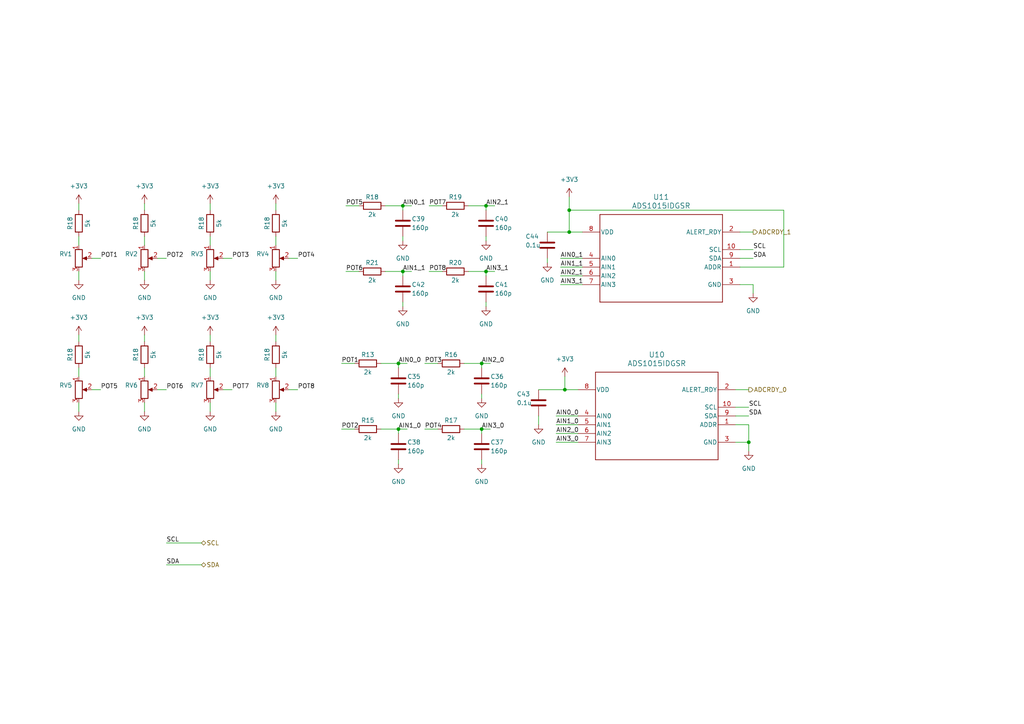
<source format=kicad_sch>
(kicad_sch (version 20230121) (generator eeschema)
  (paper "A4")
  (lib_symbols
    (symbol "Device:C" (pin_numbers hide) (pin_names (offset 0.254))
      (property "Reference" "C" (at 0.635 2.54 0))
      (property "Value" "C" (at 0.635 -2.54 0))
      (symbol "C_0_1"
        (polyline (pts (xy -2.032 -0.762) (xy 2.032 -0.762)) (stroke (width 0.508)))
        (polyline (pts (xy -2.032 0.762) (xy 2.032 0.762)) (stroke (width 0.508)))
      )
      (symbol "C_1_1"
        (pin passive line (at 0 3.81 270) (length 2.794) (name "~") (number "1"))
        (pin passive line (at 0 -3.81 90) (length 2.794) (name "~") (number "2"))
      )
    )
    (symbol "Device:R" (pin_numbers hide) (pin_names (offset 0))
      (property "Reference" "R" (at 2.032 0 90))
      (property "Value" "R" (at 0 0 90))
      (symbol "R_0_1"
        (rectangle (start -1.016 -2.54) (end 1.016 2.54) (stroke (width 0.254)))
      )
      (symbol "R_1_1"
        (pin passive line (at 0 3.81 270) (length 1.27) (name "~") (number "1"))
        (pin passive line (at 0 -3.81 90) (length 1.27) (name "~") (number "2"))
      )
    )
    (symbol "Device:R_Potentiometer" (pin_names (offset 1.016) hide)
      (property "Reference" "RV" (at -4.445 0 90))
      (property "Value" "R_Potentiometer" (at -2.54 0 90))
      (symbol "R_Potentiometer_0_1"
        (polyline (pts (xy 2.54 0) (xy 1.524 0)))
        (polyline (pts (xy 1.143 0) (xy 2.286 0.508) (xy 2.286 -0.508) (xy 1.143 0)) (fill (type outline)))
        (rectangle (start 1.016 2.54) (end -1.016 -2.54) (stroke (width 0.254)))
      )
      (symbol "R_Potentiometer_1_1"
        (pin passive line (at 0 3.81 270) (length 1.27) (name "1") (number "1"))
        (pin passive line (at 3.81 0 180) (length 1.27) (name "2") (number "2"))
        (pin passive line (at 0 -3.81 90) (length 1.27) (name "3") (number "3"))
      )
    )
    (symbol "TeenieWeenie:ADS1015IDGSR" (pin_names (offset 0.254))
      (property "Reference" "U" (at 0 -8.89 0))
      (property "Value" "ADS1015IDGSR" (at 0 -11.43 0))
      (symbol "ADS1015IDGSR_0_1"
        (polyline (pts (xy -17.78 -12.7) (xy 17.78 -12.7)) (stroke (width 0.2032)))
        (polyline (pts (xy -17.78 12.7) (xy -17.78 -12.7)) (stroke (width 0.2032)))
        (polyline (pts (xy 17.78 -12.7) (xy 17.78 12.7)) (stroke (width 0.2032)))
        (polyline (pts (xy 17.78 12.7) (xy -17.78 12.7)) (stroke (width 0.2032)))
        (pin input line (at 22.86 -2.54 180) (length 5.08) (name "ADDR") (number "1"))
        (pin input line (at 22.86 2.54 180) (length 5.08) (name "SCL") (number "10"))
        (pin output line (at 22.86 7.62 180) (length 5.08) (name "ALERT_RDY") (number "2"))
        (pin power_in line (at 22.86 -7.62 180) (length 5.08) (name "GND") (number "3"))
        (pin input line (at -22.86 0 0) (length 5.08) (name "AIN0") (number "4"))
        (pin input line (at -22.86 -2.54 0) (length 5.08) (name "AIN1") (number "5"))
        (pin input line (at -22.86 -5.08 0) (length 5.08) (name "AIN2") (number "6"))
        (pin input line (at -22.86 -7.62 0) (length 5.08) (name "AIN3") (number "7"))
        (pin power_in line (at -22.86 7.62 0) (length 5.08) (name "VDD") (number "8"))
        (pin bidirectional line (at 22.86 0 180) (length 5.08) (name "SDA") (number "9"))
      )
    )
    (symbol "power:+3V3" (power) (pin_names (offset 0))
      (property "Value" "+3V3" (at 0 3.556 0))
      (symbol "+3V3_0_1"
        (polyline (pts (xy -0.762 1.27) (xy 0 2.54)))
        (polyline (pts (xy 0 0) (xy 0 2.54)))
        (polyline (pts (xy 0 2.54) (xy 0.762 1.27)))
      )
      (symbol "+3V3_1_1"
        (pin power_in line (at 0 0 90) (length 0) hide (name "+3V3") (number "1"))
      )
    )
    (symbol "power:GND" (power) (pin_names (offset 0))
      (property "Value" "GND" (at 0 -3.81 0))
      (symbol "GND_0_1"
        (polyline (pts (xy 0 0) (xy 0 -1.27) (xy 1.27 -1.27) (xy 0 -2.54) (xy -1.27 -1.27) (xy 0 -1.27)))
      )
      (symbol "GND_1_1"
        (pin power_in line (at 0 0 270) (length 0) hide (name "GND") (number "1"))
      )
    )
  )
  (junction (at 140.97 59.69))
  (junction (at 115.57 124.46))
  (junction (at 140.97 78.74))
  (junction (at 163.83 113.03))
  (junction (at 165.1 67.31))
  (junction (at 116.84 59.69))
  (junction (at 139.7 124.46))
  (junction (at 116.84 78.74))
  (junction (at 139.7 105.41))
  (junction (at 115.57 105.41))
  (junction (at 165.1 60.96))
  (junction (at 217.17 128.27))
  (wire (pts (xy 116.84 59.69) (xy 116.84 60.96)))
  (wire (pts (xy 213.36 118.11) (xy 217.17 118.11)))
  (wire (pts (xy 213.36 128.27) (xy 217.17 128.27)))
  (wire (pts (xy 100.33 78.74) (xy 104.14 78.74)))
  (wire (pts (xy 60.96 116.84) (xy 60.96 119.38)))
  (wire (pts (xy 116.84 68.58) (xy 116.84 69.85)))
  (wire (pts (xy 162.56 74.93) (xy 168.91 74.93)))
  (wire (pts (xy 80.01 97.155) (xy 80.01 99.06)))
  (wire (pts (xy 123.19 124.46) (xy 127 124.46)))
  (wire (pts (xy 115.57 124.46) (xy 115.57 125.73)))
  (wire (pts (xy 140.97 59.69) (xy 143.51 59.69)))
  (wire (pts (xy 163.83 109.22) (xy 163.83 113.03)))
  (wire (pts (xy 165.1 57.15) (xy 165.1 60.96)))
  (wire (pts (xy 115.57 105.41) (xy 115.57 106.68)))
  (wire (pts (xy 214.63 77.47) (xy 227.33 77.47)))
  (wire (pts (xy 111.76 59.69) (xy 116.84 59.69)))
  (wire (pts (xy 60.96 106.68) (xy 60.96 109.22)))
  (wire (pts (xy 22.86 116.84) (xy 22.86 119.38)))
  (wire (pts (xy 41.91 59.055) (xy 41.91 60.96)))
  (wire (pts (xy 116.84 59.69) (xy 119.38 59.69)))
  (wire (pts (xy 64.77 113.03) (xy 67.31 113.03)))
  (wire (pts (xy 140.97 87.63) (xy 140.97 88.9)))
  (wire (pts (xy 156.21 113.03) (xy 163.83 113.03)))
  (wire (pts (xy 135.89 78.74) (xy 140.97 78.74)))
  (wire (pts (xy 80.01 59.055) (xy 80.01 60.96)))
  (wire (pts (xy 165.1 67.31) (xy 168.91 67.31)))
  (wire (pts (xy 41.91 116.84) (xy 41.91 119.38)))
  (wire (pts (xy 140.97 68.58) (xy 140.97 69.85)))
  (wire (pts (xy 162.56 82.55) (xy 168.91 82.55)))
  (wire (pts (xy 227.33 77.47) (xy 227.33 60.96)))
  (wire (pts (xy 22.86 78.74) (xy 22.86 81.28)))
  (wire (pts (xy 83.82 74.93) (xy 86.36 74.93)))
  (wire (pts (xy 213.36 113.03) (xy 217.17 113.03)))
  (wire (pts (xy 60.96 68.58) (xy 60.96 71.12)))
  (wire (pts (xy 162.56 80.01) (xy 168.91 80.01)))
  (wire (pts (xy 22.86 68.58) (xy 22.86 71.12)))
  (wire (pts (xy 110.49 105.41) (xy 115.57 105.41)))
  (wire (pts (xy 213.36 123.19) (xy 217.17 123.19)))
  (wire (pts (xy 214.63 74.93) (xy 218.44 74.93)))
  (wire (pts (xy 139.7 105.41) (xy 139.7 106.68)))
  (wire (pts (xy 83.82 113.03) (xy 86.36 113.03)))
  (wire (pts (xy 22.86 59.055) (xy 22.86 60.96)))
  (wire (pts (xy 139.7 124.46) (xy 142.24 124.46)))
  (wire (pts (xy 100.33 59.69) (xy 104.14 59.69)))
  (wire (pts (xy 162.56 77.47) (xy 168.91 77.47)))
  (wire (pts (xy 139.7 133.35) (xy 139.7 134.62)))
  (wire (pts (xy 158.75 74.93) (xy 158.75 76.2)))
  (wire (pts (xy 45.72 74.93) (xy 48.26 74.93)))
  (wire (pts (xy 115.57 133.35) (xy 115.57 134.62)))
  (wire (pts (xy 64.77 74.93) (xy 67.31 74.93)))
  (wire (pts (xy 60.96 59.055) (xy 60.96 60.96)))
  (wire (pts (xy 124.46 59.69) (xy 128.27 59.69)))
  (wire (pts (xy 99.06 124.46) (xy 102.87 124.46)))
  (wire (pts (xy 116.84 78.74) (xy 116.84 80.01)))
  (wire (pts (xy 115.57 105.41) (xy 118.11 105.41)))
  (wire (pts (xy 26.67 74.93) (xy 29.21 74.93)))
  (wire (pts (xy 139.7 124.46) (xy 139.7 125.73)))
  (wire (pts (xy 60.96 97.155) (xy 60.96 99.06)))
  (wire (pts (xy 161.29 123.19) (xy 167.64 123.19)))
  (wire (pts (xy 41.91 97.155) (xy 41.91 99.06)))
  (wire (pts (xy 111.76 78.74) (xy 116.84 78.74)))
  (wire (pts (xy 48.26 163.83) (xy 58.42 163.83)))
  (wire (pts (xy 135.89 59.69) (xy 140.97 59.69)))
  (wire (pts (xy 161.29 120.65) (xy 167.64 120.65)))
  (wire (pts (xy 41.91 106.68) (xy 41.91 109.22)))
  (wire (pts (xy 156.21 120.65) (xy 156.21 123.19)))
  (wire (pts (xy 214.63 82.55) (xy 218.44 82.55)))
  (wire (pts (xy 140.97 78.74) (xy 140.97 80.01)))
  (wire (pts (xy 161.29 125.73) (xy 167.64 125.73)))
  (wire (pts (xy 218.44 82.55) (xy 218.44 85.09)))
  (wire (pts (xy 80.01 116.84) (xy 80.01 119.38)))
  (wire (pts (xy 80.01 68.58) (xy 80.01 71.12)))
  (wire (pts (xy 41.91 78.74) (xy 41.91 81.28)))
  (wire (pts (xy 116.84 78.74) (xy 119.38 78.74)))
  (wire (pts (xy 116.84 87.63) (xy 116.84 88.9)))
  (wire (pts (xy 115.57 124.46) (xy 118.11 124.46)))
  (wire (pts (xy 227.33 60.96) (xy 165.1 60.96)))
  (wire (pts (xy 80.01 78.74) (xy 80.01 81.28)))
  (wire (pts (xy 80.01 106.68) (xy 80.01 109.22)))
  (wire (pts (xy 48.26 157.48) (xy 58.42 157.48)))
  (wire (pts (xy 214.63 72.39) (xy 218.44 72.39)))
  (wire (pts (xy 217.17 128.27) (xy 217.17 130.81)))
  (wire (pts (xy 161.29 128.27) (xy 167.64 128.27)))
  (wire (pts (xy 165.1 60.96) (xy 165.1 67.31)))
  (wire (pts (xy 213.36 120.65) (xy 217.17 120.65)))
  (wire (pts (xy 134.62 124.46) (xy 139.7 124.46)))
  (wire (pts (xy 158.75 67.31) (xy 165.1 67.31)))
  (wire (pts (xy 45.72 113.03) (xy 48.26 113.03)))
  (wire (pts (xy 22.86 106.68) (xy 22.86 109.22)))
  (wire (pts (xy 123.19 105.41) (xy 127 105.41)))
  (wire (pts (xy 41.91 68.58) (xy 41.91 71.12)))
  (wire (pts (xy 110.49 124.46) (xy 115.57 124.46)))
  (wire (pts (xy 139.7 114.3) (xy 139.7 115.57)))
  (wire (pts (xy 134.62 105.41) (xy 139.7 105.41)))
  (wire (pts (xy 140.97 59.69) (xy 140.97 60.96)))
  (wire (pts (xy 217.17 123.19) (xy 217.17 128.27)))
  (wire (pts (xy 139.7 105.41) (xy 142.24 105.41)))
  (wire (pts (xy 163.83 113.03) (xy 167.64 113.03)))
  (wire (pts (xy 214.63 67.31) (xy 218.44 67.31)))
  (wire (pts (xy 99.06 105.41) (xy 102.87 105.41)))
  (wire (pts (xy 140.97 78.74) (xy 143.51 78.74)))
  (wire (pts (xy 60.96 78.74) (xy 60.96 81.28)))
  (wire (pts (xy 124.46 78.74) (xy 128.27 78.74)))
  (wire (pts (xy 115.57 114.3) (xy 115.57 115.57)))
  (wire (pts (xy 22.86 97.155) (xy 22.86 99.06)))
  (wire (pts (xy 26.67 113.03) (xy 29.21 113.03)))
  (label "SCL" (at 48.26 157.48 0))
  (label "AIN1_0" (at 161.29 123.19 0))
  (label "POT7" (at 124.46 59.69 0))
  (label "POT5" (at 100.33 59.69 0))
  (label "AIN3_0" (at 161.29 128.27 0))
  (label "POT1" (at 29.21 74.93 0))
  (label "POT2" (at 48.26 74.93 0))
  (label "AIN0_1" (at 162.56 74.93 0))
  (label "AIN2_0" (at 139.7 105.41 0))
  (label "AIN2_1" (at 162.56 80.01 0))
  (label "POT2" (at 99.06 124.46 0))
  (label "AIN2_0" (at 161.29 125.73 0))
  (label "SDA" (at 48.26 163.83 0))
  (label "AIN2_1" (at 140.97 59.69 0))
  (label "SDA" (at 217.17 120.65 0))
  (label "SCL" (at 217.17 118.11 0))
  (label "POT3" (at 123.19 105.41 0))
  (label "POT8" (at 86.36 113.03 0))
  (label "POT1" (at 99.06 105.41 0))
  (label "POT4" (at 123.19 124.46 0))
  (label "SCL" (at 218.44 72.39 0))
  (label "SDA" (at 218.44 74.93 0))
  (label "AIN0_0" (at 115.57 105.41 0))
  (label "POT8" (at 124.46 78.74 0))
  (label "POT3" (at 67.31 74.93 0))
  (label "AIN1_1" (at 116.84 78.74 0))
  (label "POT6" (at 48.26 113.03 0))
  (label "POT7" (at 67.31 113.03 0))
  (label "POT5" (at 29.21 113.03 0))
  (label "AIN0_1" (at 116.84 59.69 0))
  (label "AIN1_0" (at 115.57 124.46 0))
  (label "POT6" (at 100.33 78.74 0))
  (label "POT4" (at 86.36 74.93 0))
  (label "AIN0_0" (at 161.29 120.65 0))
  (label "AIN3_1" (at 162.56 82.55 0))
  (label "AIN3_0" (at 139.7 124.46 0))
  (label "AIN1_1" (at 162.56 77.47 0))
  (label "AIN3_1" (at 140.97 78.74 0))
  (hierarchical_label "ADCRDY_0" (shape output) (at 217.17 113.03 0))
  (hierarchical_label "ADCRDY_1" (shape output) (at 218.44 67.31 0))
  (hierarchical_label "SCL" (shape bidirectional) (at 58.42 157.48 0))
  (hierarchical_label "SDA" (shape bidirectional) (at 58.42 163.83 0))
  (symbol (lib_id "Device:C") (at 156.21 116.84 0) (unit 1)
    (property "Reference" "C43" (at 149.86 114.3 0) (effects (justify left)))
    (property "Value" "0.1u" (at 149.86 116.84 0) (effects (justify left)))
    (property "Footprint" "Capacitor_SMD:C_0402_1005Metric" (effects hide))
    (instances (project "TeenieWeenie" (path "" (reference "C43") (unit 1)) (path "" (reference "C55") (unit 1))))
  )
  (symbol (lib_id "Device:R_Potentiometer") (at 60.96 74.93 0) (unit 1)
    (property "Reference" "RV3" (at 59.055 73.66 0) (effects (justify right)))
    (property "Value" "R_Potentiometer" (effects hide))
  )
  (symbol (lib_id "Device:R") (at 130.81 105.41 90) (unit 1)
    (property "Reference" "R16" (at 130.81 102.87 90))
    (property "Value" "2k" (at 130.81 107.95 90))
    (property "Footprint" "Resistor_SMD:R_0402_1005Metric" (effects hide))
    (instances (project "TeenieWeenie" (path "" (reference "R16") (unit 1)) (path "" (reference "R28") (unit 1))))
  )
  (symbol (lib_id "power:+3V3") (at 60.96 59.055 0) (unit 1)
    (property "Reference" "#PWR058" (effects hide))
    (property "Value" "+3V3" (at 60.96 53.975 0))
    (instances (project "TeenieWeenie" (path "" (reference "#PWR058") (unit 1)) (path "" (reference "#PWR090") (unit 1))))
  )
  (symbol (lib_id "power:GND") (at 139.7 134.62 0) (unit 1)
    (property "Reference" "#PWR058" (effects hide))
    (property "Value" "GND" (at 139.7 139.7 0))
    (instances (project "TeenieWeenie" (path "" (reference "#PWR058") (unit 1)) (path "" (reference "#PWR080") (unit 1))))
  )
  (symbol (lib_id "Device:R") (at 60.96 102.87 180) (unit 1)
    (property "Reference" "R18" (at 58.42 102.87 90))
    (property "Value" "5k" (at 63.5 102.87 90))
    (property "Footprint" "Resistor_SMD:R_0402_1005Metric" (effects hide))
    (instances (project "TeenieWeenie" (path "" (reference "R18") (unit 1)) (path "" (reference "R36") (unit 1))))
  )
  (symbol (lib_id "power:GND") (at 80.01 119.38 0) (unit 1)
    (property "Reference" "#PWR058" (effects hide))
    (property "Value" "GND" (at 80.01 124.46 0))
    (instances (project "TeenieWeenie" (path "" (reference "#PWR058") (unit 1)) (path "" (reference "#PWR0101") (unit 1))))
  )
  (symbol (lib_id "Device:C") (at 140.97 83.82 0) (unit 1)
    (property "Reference" "C41" (at 143.51 82.55 0) (effects (justify left)))
    (property "Value" "160p" (at 143.51 85.09 0) (effects (justify left)))
    (property "Footprint" "Capacitor_SMD:C_0402_1005Metric" (effects hide))
    (instances (project "TeenieWeenie" (path "" (reference "C41") (unit 1)) (path "" (reference "C54") (unit 1))))
  )
  (symbol (lib_id "power:GND") (at 80.01 81.28 0) (unit 1)
    (property "Reference" "#PWR058" (effects hide))
    (property "Value" "GND" (at 80.01 86.36 0))
    (instances (project "TeenieWeenie" (path "" (reference "#PWR058") (unit 1)) (path "" (reference "#PWR093") (unit 1))))
  )
  (symbol (lib_id "power:GND") (at 116.84 69.85 0) (unit 1)
    (property "Reference" "#PWR058" (effects hide))
    (property "Value" "GND" (at 116.84 74.93 0))
    (instances (project "TeenieWeenie" (path "" (reference "#PWR058") (unit 1)) (path "" (reference "#PWR059") (unit 1))))
  )
  (symbol (lib_id "Device:C") (at 115.57 110.49 0) (unit 1)
    (property "Reference" "C35" (at 118.11 109.22 0) (effects (justify left)))
    (property "Value" "160p" (at 118.11 111.76 0) (effects (justify left)))
    (property "Footprint" "Capacitor_SMD:C_0402_1005Metric" (effects hide))
    (instances (project "TeenieWeenie" (path "" (reference "C35") (unit 1)) (path "" (reference "C47") (unit 1))))
  )
  (symbol (lib_id "power:GND") (at 115.57 134.62 0) (unit 1)
    (property "Reference" "#PWR058" (effects hide))
    (property "Value" "GND" (at 115.57 139.7 0))
    (instances (project "TeenieWeenie" (path "" (reference "#PWR058") (unit 1)) (path "" (reference "#PWR079") (unit 1))))
  )
  (symbol (lib_id "Device:R") (at 107.95 59.69 90) (unit 1)
    (property "Reference" "R18" (at 107.95 57.15 90))
    (property "Value" "2k" (at 107.95 62.23 90))
    (property "Footprint" "Resistor_SMD:R_0402_1005Metric" (effects hide))
    (instances (project "TeenieWeenie" (path "" (reference "R18") (unit 1)) (path "" (reference "R26") (unit 1))))
  )
  (symbol (lib_id "Device:R") (at 41.91 102.87 180) (unit 1)
    (property "Reference" "R18" (at 39.37 102.87 90))
    (property "Value" "5k" (at 44.45 102.87 90))
    (property "Footprint" "Resistor_SMD:R_0402_1005Metric" (effects hide))
    (instances (project "TeenieWeenie" (path "" (reference "R18") (unit 1)) (path "" (reference "R35") (unit 1))))
  )
  (symbol (lib_id "power:GND") (at 218.44 85.09 0) (unit 1)
    (property "Reference" "#PWR058" (effects hide))
    (property "Value" "GND" (at 218.44 90.17 0))
    (instances (project "TeenieWeenie" (path "" (reference "#PWR058") (unit 1)) (path "" (reference "#PWR083") (unit 1))))
  )
  (symbol (lib_id "power:+3V3") (at 41.91 97.155 0) (unit 1)
    (property "Reference" "#PWR058" (effects hide))
    (property "Value" "+3V3" (at 41.91 92.075 0))
    (instances (project "TeenieWeenie" (path "" (reference "#PWR058") (unit 1)) (path "" (reference "#PWR096") (unit 1))))
  )
  (symbol (lib_id "power:GND") (at 41.91 119.38 0) (unit 1)
    (property "Reference" "#PWR058" (effects hide))
    (property "Value" "GND" (at 41.91 124.46 0))
    (instances (project "TeenieWeenie" (path "" (reference "#PWR058") (unit 1)) (path "" (reference "#PWR097") (unit 1))))
  )
  (symbol (lib_id "Device:R") (at 80.01 102.87 180) (unit 1)
    (property "Reference" "R18" (at 77.47 102.87 90))
    (property "Value" "5k" (at 82.55 102.87 90))
    (property "Footprint" "Resistor_SMD:R_0402_1005Metric" (effects hide))
    (instances (project "TeenieWeenie" (path "" (reference "R18") (unit 1)) (path "" (reference "R37") (unit 1))))
  )
  (symbol (lib_id "power:GND") (at 140.97 69.85 0) (unit 1)
    (property "Reference" "#PWR058" (effects hide))
    (property "Value" "GND" (at 140.97 74.93 0))
    (instances (project "TeenieWeenie" (path "" (reference "#PWR058") (unit 1)) (path "" (reference "#PWR060") (unit 1))))
  )
  (symbol (lib_id "power:+3V3") (at 60.96 97.155 0) (unit 1)
    (property "Reference" "#PWR058" (effects hide))
    (property "Value" "+3V3" (at 60.96 92.075 0))
    (instances (project "TeenieWeenie" (path "" (reference "#PWR058") (unit 1)) (path "" (reference "#PWR098") (unit 1))))
  )
  (symbol (lib_id "power:GND") (at 60.96 119.38 0) (unit 1)
    (property "Reference" "#PWR058" (effects hide))
    (property "Value" "GND" (at 60.96 124.46 0))
    (instances (project "TeenieWeenie" (path "" (reference "#PWR058") (unit 1)) (path "" (reference "#PWR099") (unit 1))))
  )
  (symbol (lib_id "Device:R") (at 132.08 59.69 90) (unit 1)
    (property "Reference" "R19" (at 132.08 57.15 90))
    (property "Value" "2k" (at 132.08 62.23 90))
    (property "Footprint" "Resistor_SMD:R_0402_1005Metric" (effects hide))
    (instances (project "TeenieWeenie" (path "" (reference "R19") (unit 1)) (path "" (reference "R30") (unit 1))))
  )
  (symbol (lib_id "Device:R") (at 41.91 64.77 180) (unit 1)
    (property "Reference" "R18" (at 39.37 64.77 90))
    (property "Value" "5k" (at 44.45 64.77 90))
    (property "Footprint" "Resistor_SMD:R_0402_1005Metric" (effects hide))
    (instances (project "TeenieWeenie" (path "" (reference "R18") (unit 1)) (path "" (reference "R21") (unit 1))))
  )
  (symbol (lib_id "Device:R") (at 80.01 64.77 180) (unit 1)
    (property "Reference" "R18" (at 77.47 64.77 90))
    (property "Value" "5k" (at 82.55 64.77 90))
    (property "Footprint" "Resistor_SMD:R_0402_1005Metric" (effects hide))
    (instances (project "TeenieWeenie" (path "" (reference "R18") (unit 1)) (path "" (reference "R33") (unit 1))))
  )
  (symbol (lib_id "power:+3V3") (at 165.1 57.15 0) (unit 1)
    (property "Reference" "#PWR058" (effects hide))
    (property "Value" "+3V3" (at 165.1 52.07 0))
    (instances (project "TeenieWeenie" (path "" (reference "#PWR058") (unit 1)) (path "" (reference "#PWR088") (unit 1))))
  )
  (symbol (lib_id "Device:C") (at 139.7 110.49 0) (unit 1)
    (property "Reference" "C36" (at 142.24 109.22 0) (effects (justify left)))
    (property "Value" "160p" (at 142.24 111.76 0) (effects (justify left)))
    (property "Footprint" "Capacitor_SMD:C_0402_1005Metric" (effects hide))
    (instances (project "TeenieWeenie" (path "" (reference "C36") (unit 1)) (path "" (reference "C51") (unit 1))))
  )
  (symbol (lib_id "power:GND") (at 156.21 123.19 0) (unit 1)
    (property "Reference" "#PWR058" (effects hide))
    (property "Value" "GND" (at 156.21 128.27 0))
    (instances (project "TeenieWeenie" (path "" (reference "#PWR058") (unit 1)) (path "" (reference "#PWR081") (unit 1))))
  )
  (symbol (lib_id "power:+3V3") (at 22.86 97.155 0) (unit 1)
    (property "Reference" "#PWR058" (effects hide))
    (property "Value" "+3V3" (at 22.86 92.075 0))
    (instances (project "TeenieWeenie" (path "" (reference "#PWR058") (unit 1)) (path "" (reference "#PWR094") (unit 1))))
  )
  (symbol (lib_id "Device:R") (at 60.96 64.77 180) (unit 1)
    (property "Reference" "R18" (at 58.42 64.77 90))
    (property "Value" "5k" (at 63.5 64.77 90))
    (property "Footprint" "Resistor_SMD:R_0402_1005Metric" (effects hide))
    (instances (project "TeenieWeenie" (path "" (reference "R18") (unit 1)) (path "" (reference "R32") (unit 1))))
  )
  (symbol (lib_id "power:+3V3") (at 41.91 59.055 0) (unit 1)
    (property "Reference" "#PWR058" (effects hide))
    (property "Value" "+3V3" (at 41.91 53.975 0))
    (instances (project "TeenieWeenie" (path "" (reference "#PWR058") (unit 1)) (path "" (reference "#PWR086") (unit 1))))
  )
  (symbol (lib_id "Device:R_Potentiometer") (at 60.96 113.03 0) (unit 1)
    (property "Reference" "RV7" (at 59.055 111.76 0) (effects (justify right)))
    (property "Value" "R_Potentiometer" (effects hide))
  )
  (symbol (lib_id "Device:R_Potentiometer") (at 41.91 74.93 0) (unit 1)
    (property "Reference" "RV2" (at 40.005 73.66 0) (effects (justify right)))
    (property "Value" "R_Potentiometer" (effects hide))
  )
  (symbol (lib_id "power:GND") (at 22.86 81.28 0) (unit 1)
    (property "Reference" "#PWR058" (effects hide))
    (property "Value" "GND" (at 22.86 86.36 0))
    (instances (project "TeenieWeenie" (path "" (reference "#PWR058") (unit 1)) (path "" (reference "#PWR085") (unit 1))))
  )
  (symbol (lib_id "power:GND") (at 217.17 130.81 0) (unit 1)
    (property "Reference" "#PWR058" (effects hide))
    (property "Value" "GND" (at 217.17 135.89 0))
    (instances (project "TeenieWeenie" (path "" (reference "#PWR058") (unit 1)) (path "" (reference "#PWR082") (unit 1))))
  )
  (symbol (lib_id "Device:C") (at 139.7 129.54 0) (unit 1)
    (property "Reference" "C37" (at 142.24 128.27 0) (effects (justify left)))
    (property "Value" "160p" (at 142.24 130.81 0) (effects (justify left)))
    (property "Footprint" "Capacitor_SMD:C_0402_1005Metric" (effects hide))
    (instances (project "TeenieWeenie" (path "" (reference "C37") (unit 1)) (path "" (reference "C52") (unit 1))))
  )
  (symbol (lib_id "Device:R") (at 22.86 64.77 180) (unit 1)
    (property "Reference" "R18" (at 20.32 64.77 90))
    (property "Value" "5k" (at 25.4 64.77 90))
    (property "Footprint" "Resistor_SMD:R_0402_1005Metric" (effects hide))
    (instances (project "TeenieWeenie" (path "" (reference "R18") (unit 1)) (path "" (reference "R20") (unit 1))))
  )
  (symbol (lib_id "Device:R_Potentiometer") (at 22.86 113.03 0) (unit 1)
    (property "Reference" "RV5" (at 20.955 111.76 0) (effects (justify right)))
    (property "Value" "R_Potentiometer" (effects hide))
  )
  (symbol (lib_id "Device:C") (at 116.84 83.82 0) (unit 1)
    (property "Reference" "C42" (at 119.38 82.55 0) (effects (justify left)))
    (property "Value" "160p" (at 119.38 85.09 0) (effects (justify left)))
    (property "Footprint" "Capacitor_SMD:C_0402_1005Metric" (effects hide))
    (instances (project "TeenieWeenie" (path "" (reference "C42") (unit 1)) (path "" (reference "C50") (unit 1))))
  )
  (symbol (lib_id "Device:R") (at 106.68 124.46 90) (unit 1)
    (property "Reference" "R15" (at 106.68 121.92 90))
    (property "Value" "2k" (at 106.68 127 90))
    (property "Footprint" "Resistor_SMD:R_0402_1005Metric" (effects hide))
    (instances (project "TeenieWeenie" (path "" (reference "R15") (unit 1)) (path "" (reference "R2") (unit 1))))
  )
  (symbol (lib_id "power:+3V3") (at 80.01 59.055 0) (unit 1)
    (property "Reference" "#PWR058" (effects hide))
    (property "Value" "+3V3" (at 80.01 53.975 0))
    (instances (project "TeenieWeenie" (path "" (reference "#PWR058") (unit 1)) (path "" (reference "#PWR092") (unit 1))))
  )
  (symbol (lib_id "power:+3V3") (at 80.01 97.155 0) (unit 1)
    (property "Reference" "#PWR058" (effects hide))
    (property "Value" "+3V3" (at 80.01 92.075 0))
    (instances (project "TeenieWeenie" (path "" (reference "#PWR058") (unit 1)) (path "" (reference "#PWR0100") (unit 1))))
  )
  (symbol (lib_id "power:GND") (at 115.57 115.57 0) (unit 1)
    (property "Reference" "#PWR058" (effects hide))
    (property "Value" "GND" (at 115.57 120.65 0))
    (instances (project "TeenieWeenie" (path "" (reference "#PWR058") (unit 1)) (path "" (reference "#PWR077") (unit 1))))
  )
  (symbol (lib_id "power:GND") (at 41.91 81.28 0) (unit 1)
    (property "Reference" "#PWR058" (effects hide))
    (property "Value" "GND" (at 41.91 86.36 0))
    (instances (project "TeenieWeenie" (path "" (reference "#PWR058") (unit 1)) (path "" (reference "#PWR089") (unit 1))))
  )
  (symbol (lib_id "power:GND") (at 60.96 81.28 0) (unit 1)
    (property "Reference" "#PWR058" (effects hide))
    (property "Value" "GND" (at 60.96 86.36 0))
    (instances (project "TeenieWeenie" (path "" (reference "#PWR058") (unit 1)) (path "" (reference "#PWR091") (unit 1))))
  )
  (symbol (lib_id "Device:R") (at 132.08 78.74 90) (unit 1)
    (property "Reference" "R20" (at 132.08 76.2 90))
    (property "Value" "2k" (at 132.08 81.28 90))
    (property "Footprint" "Resistor_SMD:R_0402_1005Metric" (effects hide))
    (instances (project "TeenieWeenie" (path "" (reference "R20") (unit 1)) (path "" (reference "R31") (unit 1))))
  )
  (symbol (lib_id "Device:R") (at 130.81 124.46 90) (unit 1)
    (property "Reference" "R17" (at 130.81 121.92 90))
    (property "Value" "2k" (at 130.81 127 90))
    (property "Footprint" "Resistor_SMD:R_0402_1005Metric" (effects hide))
    (instances (project "TeenieWeenie" (path "" (reference "R17") (unit 1)) (path "" (reference "R29") (unit 1))))
  )
  (symbol (lib_id "power:GND") (at 158.75 76.2 0) (unit 1)
    (property "Reference" "#PWR058" (effects hide))
    (property "Value" "GND" (at 158.75 81.28 0))
    (instances (project "TeenieWeenie" (path "" (reference "#PWR058") (unit 1)) (path "" (reference "#PWR063") (unit 1))))
  )
  (symbol (lib_id "power:GND") (at 140.97 88.9 0) (unit 1)
    (property "Reference" "#PWR058" (effects hide))
    (property "Value" "GND" (at 140.97 93.98 0))
    (instances (project "TeenieWeenie" (path "" (reference "#PWR058") (unit 1)) (path "" (reference "#PWR062") (unit 1))))
  )
  (symbol (lib_id "Device:C") (at 115.57 129.54 0) (unit 1)
    (property "Reference" "C38" (at 118.11 128.27 0) (effects (justify left)))
    (property "Value" "160p" (at 118.11 130.81 0) (effects (justify left)))
    (property "Footprint" "Capacitor_SMD:C_0402_1005Metric" (effects hide))
    (instances (project "TeenieWeenie" (path "" (reference "C38") (unit 1)) (path "" (reference "C48") (unit 1))))
  )
  (symbol (lib_id "power:GND") (at 22.86 119.38 0) (unit 1)
    (property "Reference" "#PWR058" (effects hide))
    (property "Value" "GND" (at 22.86 124.46 0))
    (instances (project "TeenieWeenie" (path "" (reference "#PWR058") (unit 1)) (path "" (reference "#PWR095") (unit 1))))
  )
  (symbol (lib_id "TeenieWeenie:ADS1015IDGSR") (at 190.5 120.65 0) (unit 1)
    (property "Reference" "U10" (at 190.5 102.87 0) (effects (font (size 1.524 1.524))))
    (property "Value" "ADS1015IDGSR" (at 190.5 105.41 0) (effects (font (size 1.524 1.524))))
    (property "Footprint" "TeenieWeenieLibrary:DGS0010A_N" (effects hide))
    (property "Datasheet" "ADS1015IDGSR" (effects hide))
    (instances (project "TeenieWeenie" (path "" (reference "U10") (unit 1)) (path "" (reference "U4") (unit 1))))
  )
  (symbol (lib_id "Device:R_Potentiometer") (at 80.01 113.03 0) (unit 1)
    (property "Reference" "RV8" (at 78.105 111.76 0) (effects (justify right)))
    (property "Value" "R_Potentiometer" (effects hide))
  )
  (symbol (lib_id "power:GND") (at 116.84 88.9 0) (unit 1)
    (property "Reference" "#PWR058" (effects hide))
    (property "Value" "GND" (at 116.84 93.98 0))
    (instances (project "TeenieWeenie" (path "" (reference "#PWR058") (unit 1)) (path "" (reference "#PWR061") (unit 1))))
  )
  (symbol (lib_id "TeenieWeenie:ADS1015IDGSR") (at 191.77 74.93 0) (unit 1)
    (property "Reference" "U11" (at 191.77 57.15 0) (effects (font (size 1.524 1.524))))
    (property "Value" "ADS1015IDGSR" (at 191.77 59.69 0) (effects (font (size 1.524 1.524))))
    (property "Footprint" "TeenieWeenieLibrary:DGS0010A_N" (effects hide))
    (property "Datasheet" "ADS1015IDGSR" (effects hide))
    (instances (project "TeenieWeenie" (path "" (reference "U11") (unit 1)) (path "" (reference "U8") (unit 1))))
  )
  (symbol (lib_id "Device:R") (at 107.95 78.74 90) (unit 1)
    (property "Reference" "R21" (at 107.95 76.2 90))
    (property "Value" "2k" (at 107.95 81.28 90))
    (property "Footprint" "Resistor_SMD:R_0402_1005Metric" (effects hide))
    (instances (project "TeenieWeenie" (path "" (reference "R21") (unit 1)) (path "" (reference "R27") (unit 1))))
  )
  (symbol (lib_id "power:+3V3") (at 22.86 59.055 0) (unit 1)
    (property "Reference" "#PWR058" (effects hide))
    (property "Value" "+3V3" (at 22.86 53.975 0))
    (instances (project "TeenieWeenie" (path "" (reference "#PWR058") (unit 1)) (path "" (reference "#PWR084") (unit 1))))
  )
  (symbol (lib_id "Device:C") (at 140.97 64.77 0) (unit 1)
    (property "Reference" "C40" (at 143.51 63.5 0) (effects (justify left)))
    (property "Value" "160p" (at 143.51 66.04 0) (effects (justify left)))
    (property "Footprint" "Capacitor_SMD:C_0402_1005Metric" (effects hide))
    (instances (project "TeenieWeenie" (path "" (reference "C40") (unit 1)) (path "" (reference "C53") (unit 1))))
  )
  (symbol (lib_id "Device:R") (at 106.68 105.41 90) (unit 1)
    (property "Reference" "R13" (at 106.68 102.87 90))
    (property "Value" "2k" (at 106.68 107.95 90))
    (property "Footprint" "Resistor_SMD:R_0402_1005Metric" (effects hide))
    (instances (project "TeenieWeenie" (path "" (reference "R13") (unit 1)) (path "" (reference "R1") (unit 1))))
  )
  (symbol (lib_id "Device:R_Potentiometer") (at 22.86 74.93 0) (unit 1)
    (property "Reference" "RV1" (at 20.955 73.66 0) (effects (justify right)))
    (property "Value" "R_Potentiometer" (effects hide))
  )
  (symbol (lib_id "Device:C") (at 116.84 64.77 0) (unit 1)
    (property "Reference" "C39" (at 119.38 63.5 0) (effects (justify left)))
    (property "Value" "160p" (at 119.38 66.04 0) (effects (justify left)))
    (property "Footprint" "Capacitor_SMD:C_0402_1005Metric" (effects hide))
    (instances (project "TeenieWeenie" (path "" (reference "C39") (unit 1)) (path "" (reference "C49") (unit 1))))
  )
  (symbol (lib_id "Device:R_Potentiometer") (at 80.01 74.93 0) (unit 1)
    (property "Reference" "RV4" (at 78.105 73.66 0) (effects (justify right)))
    (property "Value" "R_Potentiometer" (effects hide))
  )
  (symbol (lib_id "Device:R") (at 22.86 102.87 180) (unit 1)
    (property "Reference" "R18" (at 20.32 102.87 90))
    (property "Value" "5k" (at 25.4 102.87 90))
    (property "Footprint" "Resistor_SMD:R_0402_1005Metric" (effects hide))
    (instances (project "TeenieWeenie" (path "" (reference "R18") (unit 1)) (path "" (reference "R34") (unit 1))))
  )
  (symbol (lib_id "power:+3V3") (at 163.83 109.22 0) (unit 1)
    (property "Reference" "#PWR048" (effects hide))
    (property "Value" "+3V3" (at 163.83 104.14 0))
    (instances (project "TeenieWeenie" (path "" (reference "#PWR048") (unit 1)) (path "" (reference "#PWR087") (unit 1))))
  )
  (symbol (lib_id "Device:C") (at 158.75 71.12 0) (unit 1)
    (property "Reference" "C44" (at 152.4 68.58 0) (effects (justify left)))
    (property "Value" "0.1u" (at 152.4 71.12 0) (effects (justify left)))
    (property "Footprint" "Capacitor_SMD:C_0402_1005Metric" (effects hide))
    (instances (project "TeenieWeenie" (path "" (reference "C44") (unit 1)) (path "" (reference "C56") (unit 1))))
  )
  (symbol (lib_id "power:GND") (at 139.7 115.57 0) (unit 1)
    (property "Reference" "#PWR058" (effects hide))
    (property "Value" "GND" (at 139.7 120.65 0))
    (instances (project "TeenieWeenie" (path "" (reference "#PWR058") (unit 1)) (path "" (reference "#PWR078") (unit 1))))
  )
  (symbol (lib_id "Device:R_Potentiometer") (at 41.91 113.03 0) (unit 1)
    (property "Reference" "RV6" (at 40.005 111.76 0) (effects (justify right)))
    (property "Value" "R_Potentiometer" (effects hide))
  )
)
</source>
